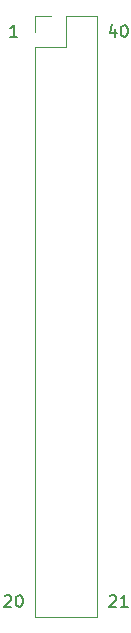
<source format=gto>
G04 #@! TF.GenerationSoftware,KiCad,Pcbnew,6.0.2+dfsg-1*
G04 #@! TF.CreationDate,2025-08-24T00:36:08+02:00*
G04 #@! TF.ProjectId,DIP40-TO-2x20,44495034-302d-4544-9f2d-327832302e6b,rev?*
G04 #@! TF.SameCoordinates,Original*
G04 #@! TF.FileFunction,Legend,Top*
G04 #@! TF.FilePolarity,Positive*
%FSLAX46Y46*%
G04 Gerber Fmt 4.6, Leading zero omitted, Abs format (unit mm)*
G04 Created by KiCad (PCBNEW 6.0.2+dfsg-1) date 2025-08-24 00:36:08*
%MOMM*%
%LPD*%
G01*
G04 APERTURE LIST*
%ADD10C,0.150000*%
%ADD11C,0.120000*%
%ADD12R,1.700000X1.700000*%
%ADD13O,1.700000X1.700000*%
%ADD14R,2.400000X1.600000*%
%ADD15O,2.400000X1.600000*%
G04 APERTURE END LIST*
D10*
X44799285Y-25185714D02*
X44799285Y-25852380D01*
X44561190Y-24804761D02*
X44323095Y-25519047D01*
X44942142Y-25519047D01*
X45513571Y-24852380D02*
X45608809Y-24852380D01*
X45704047Y-24900000D01*
X45751666Y-24947619D01*
X45799285Y-25042857D01*
X45846904Y-25233333D01*
X45846904Y-25471428D01*
X45799285Y-25661904D01*
X45751666Y-25757142D01*
X45704047Y-25804761D01*
X45608809Y-25852380D01*
X45513571Y-25852380D01*
X45418333Y-25804761D01*
X45370714Y-25757142D01*
X45323095Y-25661904D01*
X45275476Y-25471428D01*
X45275476Y-25233333D01*
X45323095Y-25042857D01*
X45370714Y-24947619D01*
X45418333Y-24900000D01*
X45513571Y-24852380D01*
X36480714Y-25852380D02*
X35909285Y-25852380D01*
X36195000Y-25852380D02*
X36195000Y-24852380D01*
X36099761Y-24995238D01*
X36004523Y-25090476D01*
X35909285Y-25138095D01*
X35433095Y-73207619D02*
X35480714Y-73160000D01*
X35575952Y-73112380D01*
X35814047Y-73112380D01*
X35909285Y-73160000D01*
X35956904Y-73207619D01*
X36004523Y-73302857D01*
X36004523Y-73398095D01*
X35956904Y-73540952D01*
X35385476Y-74112380D01*
X36004523Y-74112380D01*
X36623571Y-73112380D02*
X36718809Y-73112380D01*
X36814047Y-73160000D01*
X36861666Y-73207619D01*
X36909285Y-73302857D01*
X36956904Y-73493333D01*
X36956904Y-73731428D01*
X36909285Y-73921904D01*
X36861666Y-74017142D01*
X36814047Y-74064761D01*
X36718809Y-74112380D01*
X36623571Y-74112380D01*
X36528333Y-74064761D01*
X36480714Y-74017142D01*
X36433095Y-73921904D01*
X36385476Y-73731428D01*
X36385476Y-73493333D01*
X36433095Y-73302857D01*
X36480714Y-73207619D01*
X36528333Y-73160000D01*
X36623571Y-73112380D01*
X44323095Y-73207619D02*
X44370714Y-73160000D01*
X44465952Y-73112380D01*
X44704047Y-73112380D01*
X44799285Y-73160000D01*
X44846904Y-73207619D01*
X44894523Y-73302857D01*
X44894523Y-73398095D01*
X44846904Y-73540952D01*
X44275476Y-74112380D01*
X44894523Y-74112380D01*
X45846904Y-74112380D02*
X45275476Y-74112380D01*
X45561190Y-74112380D02*
X45561190Y-73112380D01*
X45465952Y-73255238D01*
X45370714Y-73350476D01*
X45275476Y-73398095D01*
D11*
X40635000Y-24070000D02*
X43235000Y-24070000D01*
X38035000Y-74990000D02*
X43235000Y-74990000D01*
X38035000Y-26670000D02*
X40635000Y-26670000D01*
X38035000Y-25400000D02*
X38035000Y-24070000D01*
X40635000Y-26670000D02*
X40635000Y-24070000D01*
X43235000Y-24070000D02*
X43235000Y-74990000D01*
X38035000Y-26670000D02*
X38035000Y-74990000D01*
X38035000Y-24070000D02*
X39365000Y-24070000D01*
%LPC*%
D12*
X39365000Y-25400000D03*
D13*
X41905000Y-25400000D03*
X39365000Y-27940000D03*
X41905000Y-27940000D03*
X39365000Y-30480000D03*
X41905000Y-30480000D03*
X39365000Y-33020000D03*
X41905000Y-33020000D03*
X39365000Y-35560000D03*
X41905000Y-35560000D03*
X39365000Y-38100000D03*
X41905000Y-38100000D03*
X39365000Y-40640000D03*
X41905000Y-40640000D03*
X39365000Y-43180000D03*
X41905000Y-43180000D03*
X39365000Y-45720000D03*
X41905000Y-45720000D03*
X39365000Y-48260000D03*
X41905000Y-48260000D03*
X39365000Y-50800000D03*
X41905000Y-50800000D03*
X39365000Y-53340000D03*
X41905000Y-53340000D03*
X39365000Y-55880000D03*
X41905000Y-55880000D03*
X39365000Y-58420000D03*
X41905000Y-58420000D03*
X39365000Y-60960000D03*
X41905000Y-60960000D03*
X39365000Y-63500000D03*
X41905000Y-63500000D03*
X39365000Y-66040000D03*
X41905000Y-66040000D03*
X39365000Y-68580000D03*
X41905000Y-68580000D03*
X39365000Y-71120000D03*
X41905000Y-71120000D03*
X39365000Y-73660000D03*
X41905000Y-73660000D03*
D14*
X33015000Y-25400000D03*
D15*
X33015000Y-27940000D03*
X33015000Y-30480000D03*
X33015000Y-33020000D03*
X33015000Y-35560000D03*
X33015000Y-38100000D03*
X33015000Y-40640000D03*
X33015000Y-43180000D03*
X33015000Y-45720000D03*
X33015000Y-48260000D03*
X33015000Y-50800000D03*
X33015000Y-53340000D03*
X33015000Y-55880000D03*
X33015000Y-58420000D03*
X33015000Y-60960000D03*
X33015000Y-63500000D03*
X33015000Y-66040000D03*
X33015000Y-68580000D03*
X33015000Y-71120000D03*
X33015000Y-73660000D03*
X48255000Y-73660000D03*
X48255000Y-71120000D03*
X48255000Y-68580000D03*
X48255000Y-66040000D03*
X48255000Y-63500000D03*
X48255000Y-60960000D03*
X48255000Y-58420000D03*
X48255000Y-55880000D03*
X48255000Y-53340000D03*
X48255000Y-50800000D03*
X48255000Y-48260000D03*
X48255000Y-45720000D03*
X48255000Y-43180000D03*
X48255000Y-40640000D03*
X48255000Y-38100000D03*
X48255000Y-35560000D03*
X48255000Y-33020000D03*
X48255000Y-30480000D03*
X48255000Y-27940000D03*
X48255000Y-25400000D03*
M02*

</source>
